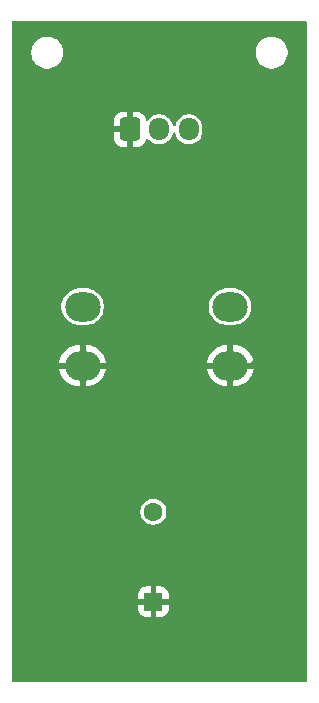
<source format=gbr>
%TF.GenerationSoftware,KiCad,Pcbnew,9.0.7*%
%TF.CreationDate,2026-01-18T23:44:21-08:00*%
%TF.ProjectId,STM32_HID_controller-right,53544d33-325f-4484-9944-5f636f6e7472,rev?*%
%TF.SameCoordinates,Original*%
%TF.FileFunction,Copper,L2,Bot*%
%TF.FilePolarity,Positive*%
%FSLAX46Y46*%
G04 Gerber Fmt 4.6, Leading zero omitted, Abs format (unit mm)*
G04 Created by KiCad (PCBNEW 9.0.7) date 2026-01-18 23:44:21*
%MOMM*%
%LPD*%
G01*
G04 APERTURE LIST*
G04 Aperture macros list*
%AMRoundRect*
0 Rectangle with rounded corners*
0 $1 Rounding radius*
0 $2 $3 $4 $5 $6 $7 $8 $9 X,Y pos of 4 corners*
0 Add a 4 corners polygon primitive as box body*
4,1,4,$2,$3,$4,$5,$6,$7,$8,$9,$2,$3,0*
0 Add four circle primitives for the rounded corners*
1,1,$1+$1,$2,$3*
1,1,$1+$1,$4,$5*
1,1,$1+$1,$6,$7*
1,1,$1+$1,$8,$9*
0 Add four rect primitives between the rounded corners*
20,1,$1+$1,$2,$3,$4,$5,0*
20,1,$1+$1,$4,$5,$6,$7,0*
20,1,$1+$1,$6,$7,$8,$9,0*
20,1,$1+$1,$8,$9,$2,$3,0*%
G04 Aperture macros list end*
%TA.AperFunction,ComponentPad*%
%ADD10RoundRect,0.250000X0.550000X-0.550000X0.550000X0.550000X-0.550000X0.550000X-0.550000X-0.550000X0*%
%TD*%
%TA.AperFunction,ComponentPad*%
%ADD11C,1.600000*%
%TD*%
%TA.AperFunction,ComponentPad*%
%ADD12O,3.000000X2.500000*%
%TD*%
%TA.AperFunction,ComponentPad*%
%ADD13RoundRect,0.250000X-0.600000X-0.725000X0.600000X-0.725000X0.600000X0.725000X-0.600000X0.725000X0*%
%TD*%
%TA.AperFunction,ComponentPad*%
%ADD14O,1.700000X1.950000*%
%TD*%
%TA.AperFunction,ViaPad*%
%ADD15C,0.700000*%
%TD*%
G04 APERTURE END LIST*
D10*
%TO.P,trigger1,1,1*%
%TO.N,GND*%
X132000000Y-180000000D03*
D11*
%TO.P,trigger1,2,2*%
%TO.N,Net-(J4-Pin_3)*%
X132000000Y-172380000D03*
%TD*%
D12*
%TO.P,shoulder1,1,1*%
%TO.N,Net-(J4-Pin_2)*%
X126000000Y-155000000D03*
X138500000Y-155000000D03*
%TO.P,shoulder1,2,2*%
%TO.N,GND*%
X126000000Y-160000000D03*
X138500000Y-160000000D03*
%TD*%
D13*
%TO.P,J4,1,Pin_1*%
%TO.N,GND*%
X130000000Y-140000000D03*
D14*
%TO.P,J4,2,Pin_2*%
%TO.N,Net-(J4-Pin_2)*%
X132500000Y-140000000D03*
%TO.P,J4,3,Pin_3*%
%TO.N,Net-(J4-Pin_3)*%
X135000000Y-140000000D03*
%TD*%
D15*
%TO.N,GND*%
X140550000Y-159950000D03*
X130000000Y-141900000D03*
X134950000Y-180050000D03*
%TD*%
%TA.AperFunction,Conductor*%
%TO.N,GND*%
G36*
X144942539Y-130820185D02*
G01*
X144988294Y-130872989D01*
X144999500Y-130924500D01*
X144999500Y-186675500D01*
X144979815Y-186742539D01*
X144927011Y-186788294D01*
X144875500Y-186799500D01*
X120124500Y-186799500D01*
X120057461Y-186779815D01*
X120011706Y-186727011D01*
X120000500Y-186675500D01*
X120000500Y-179400013D01*
X130700000Y-179400013D01*
X130700000Y-179750000D01*
X131684314Y-179750000D01*
X131679920Y-179754394D01*
X131627259Y-179845606D01*
X131600000Y-179947339D01*
X131600000Y-180052661D01*
X131627259Y-180154394D01*
X131679920Y-180245606D01*
X131684314Y-180250000D01*
X130700001Y-180250000D01*
X130700001Y-180599986D01*
X130710494Y-180702697D01*
X130765641Y-180869119D01*
X130765643Y-180869124D01*
X130857684Y-181018345D01*
X130981654Y-181142315D01*
X131130875Y-181234356D01*
X131130880Y-181234358D01*
X131297302Y-181289505D01*
X131297309Y-181289506D01*
X131400019Y-181299999D01*
X131749999Y-181299999D01*
X131750000Y-181299998D01*
X131750000Y-180315686D01*
X131754394Y-180320080D01*
X131845606Y-180372741D01*
X131947339Y-180400000D01*
X132052661Y-180400000D01*
X132154394Y-180372741D01*
X132245606Y-180320080D01*
X132250000Y-180315686D01*
X132250000Y-181299999D01*
X132599972Y-181299999D01*
X132599986Y-181299998D01*
X132702697Y-181289505D01*
X132869119Y-181234358D01*
X132869124Y-181234356D01*
X133018345Y-181142315D01*
X133142315Y-181018345D01*
X133234356Y-180869124D01*
X133234358Y-180869119D01*
X133289505Y-180702697D01*
X133289506Y-180702690D01*
X133299999Y-180599986D01*
X133300000Y-180599973D01*
X133300000Y-180250000D01*
X132315686Y-180250000D01*
X132320080Y-180245606D01*
X132372741Y-180154394D01*
X132400000Y-180052661D01*
X132400000Y-179947339D01*
X132372741Y-179845606D01*
X132320080Y-179754394D01*
X132315686Y-179750000D01*
X133299999Y-179750000D01*
X133299999Y-179400028D01*
X133299998Y-179400013D01*
X133289505Y-179297302D01*
X133234358Y-179130880D01*
X133234356Y-179130875D01*
X133142315Y-178981654D01*
X133018345Y-178857684D01*
X132869124Y-178765643D01*
X132869119Y-178765641D01*
X132702697Y-178710494D01*
X132702690Y-178710493D01*
X132599986Y-178700000D01*
X132250000Y-178700000D01*
X132250000Y-179684314D01*
X132245606Y-179679920D01*
X132154394Y-179627259D01*
X132052661Y-179600000D01*
X131947339Y-179600000D01*
X131845606Y-179627259D01*
X131754394Y-179679920D01*
X131750000Y-179684314D01*
X131750000Y-178700000D01*
X131400028Y-178700000D01*
X131400012Y-178700001D01*
X131297302Y-178710494D01*
X131130880Y-178765641D01*
X131130875Y-178765643D01*
X130981654Y-178857684D01*
X130857684Y-178981654D01*
X130765643Y-179130875D01*
X130765641Y-179130880D01*
X130710494Y-179297302D01*
X130710493Y-179297309D01*
X130700000Y-179400013D01*
X120000500Y-179400013D01*
X120000500Y-172293389D01*
X130899500Y-172293389D01*
X130899500Y-172466611D01*
X130926598Y-172637701D01*
X130980127Y-172802445D01*
X131058768Y-172956788D01*
X131160586Y-173096928D01*
X131283072Y-173219414D01*
X131423212Y-173321232D01*
X131577555Y-173399873D01*
X131742299Y-173453402D01*
X131913389Y-173480500D01*
X131913390Y-173480500D01*
X132086610Y-173480500D01*
X132086611Y-173480500D01*
X132257701Y-173453402D01*
X132422445Y-173399873D01*
X132576788Y-173321232D01*
X132716928Y-173219414D01*
X132839414Y-173096928D01*
X132941232Y-172956788D01*
X133019873Y-172802445D01*
X133073402Y-172637701D01*
X133100500Y-172466611D01*
X133100500Y-172293389D01*
X133073402Y-172122299D01*
X133019873Y-171957555D01*
X132941232Y-171803212D01*
X132839414Y-171663072D01*
X132716928Y-171540586D01*
X132576788Y-171438768D01*
X132422445Y-171360127D01*
X132257701Y-171306598D01*
X132257699Y-171306597D01*
X132257698Y-171306597D01*
X132126271Y-171285781D01*
X132086611Y-171279500D01*
X131913389Y-171279500D01*
X131873728Y-171285781D01*
X131742302Y-171306597D01*
X131577552Y-171360128D01*
X131423211Y-171438768D01*
X131343256Y-171496859D01*
X131283072Y-171540586D01*
X131283070Y-171540588D01*
X131283069Y-171540588D01*
X131160588Y-171663069D01*
X131160588Y-171663070D01*
X131160586Y-171663072D01*
X131116859Y-171723256D01*
X131058768Y-171803211D01*
X130980128Y-171957552D01*
X130926597Y-172122302D01*
X130899500Y-172293389D01*
X120000500Y-172293389D01*
X120000500Y-159749999D01*
X124017811Y-159749999D01*
X124017812Y-159750000D01*
X125451518Y-159750000D01*
X125440889Y-159768409D01*
X125400000Y-159921009D01*
X125400000Y-160078991D01*
X125440889Y-160231591D01*
X125451518Y-160250000D01*
X124017812Y-160250000D01*
X124029942Y-160342137D01*
X124089318Y-160563730D01*
X124177102Y-160775659D01*
X124177106Y-160775668D01*
X124291809Y-160974338D01*
X124431455Y-161156329D01*
X124431461Y-161156336D01*
X124593663Y-161318538D01*
X124593670Y-161318544D01*
X124775661Y-161458190D01*
X124974331Y-161572893D01*
X124974340Y-161572897D01*
X125186269Y-161660681D01*
X125407862Y-161720057D01*
X125635289Y-161749998D01*
X125635306Y-161750000D01*
X125750000Y-161750000D01*
X125750000Y-160548482D01*
X125768409Y-160559111D01*
X125921009Y-160600000D01*
X126078991Y-160600000D01*
X126231591Y-160559111D01*
X126250000Y-160548482D01*
X126250000Y-161750000D01*
X126364694Y-161750000D01*
X126364710Y-161749998D01*
X126592137Y-161720057D01*
X126813730Y-161660681D01*
X127025659Y-161572897D01*
X127025668Y-161572893D01*
X127224338Y-161458190D01*
X127406329Y-161318544D01*
X127406336Y-161318538D01*
X127568538Y-161156336D01*
X127568544Y-161156329D01*
X127708190Y-160974338D01*
X127822893Y-160775668D01*
X127822897Y-160775659D01*
X127910681Y-160563730D01*
X127970057Y-160342137D01*
X127982188Y-160250000D01*
X126548482Y-160250000D01*
X126559111Y-160231591D01*
X126600000Y-160078991D01*
X126600000Y-159921009D01*
X126559111Y-159768409D01*
X126548482Y-159750000D01*
X127982188Y-159750000D01*
X127982188Y-159749999D01*
X136517811Y-159749999D01*
X136517812Y-159750000D01*
X137951518Y-159750000D01*
X137940889Y-159768409D01*
X137900000Y-159921009D01*
X137900000Y-160078991D01*
X137940889Y-160231591D01*
X137951518Y-160250000D01*
X136517812Y-160250000D01*
X136529942Y-160342137D01*
X136589318Y-160563730D01*
X136677102Y-160775659D01*
X136677106Y-160775668D01*
X136791809Y-160974338D01*
X136931455Y-161156329D01*
X136931461Y-161156336D01*
X137093663Y-161318538D01*
X137093670Y-161318544D01*
X137275661Y-161458190D01*
X137474331Y-161572893D01*
X137474340Y-161572897D01*
X137686269Y-161660681D01*
X137907862Y-161720057D01*
X138135289Y-161749998D01*
X138135306Y-161750000D01*
X138250000Y-161750000D01*
X138250000Y-160548482D01*
X138268409Y-160559111D01*
X138421009Y-160600000D01*
X138578991Y-160600000D01*
X138731591Y-160559111D01*
X138750000Y-160548482D01*
X138750000Y-161750000D01*
X138864694Y-161750000D01*
X138864710Y-161749998D01*
X139092137Y-161720057D01*
X139313730Y-161660681D01*
X139525659Y-161572897D01*
X139525668Y-161572893D01*
X139724338Y-161458190D01*
X139906329Y-161318544D01*
X139906336Y-161318538D01*
X140068538Y-161156336D01*
X140068544Y-161156329D01*
X140208190Y-160974338D01*
X140322893Y-160775668D01*
X140322897Y-160775659D01*
X140410681Y-160563730D01*
X140470057Y-160342137D01*
X140482188Y-160250000D01*
X139048482Y-160250000D01*
X139059111Y-160231591D01*
X139100000Y-160078991D01*
X139100000Y-159921009D01*
X139059111Y-159768409D01*
X139048482Y-159750000D01*
X140482188Y-159750000D01*
X140482188Y-159749999D01*
X140470057Y-159657862D01*
X140410681Y-159436269D01*
X140322897Y-159224340D01*
X140322893Y-159224331D01*
X140208190Y-159025661D01*
X140068544Y-158843670D01*
X140068538Y-158843663D01*
X139906336Y-158681461D01*
X139906329Y-158681455D01*
X139724338Y-158541809D01*
X139525668Y-158427106D01*
X139525659Y-158427102D01*
X139313730Y-158339318D01*
X139092137Y-158279942D01*
X138864710Y-158250001D01*
X138864694Y-158250000D01*
X138750000Y-158250000D01*
X138750000Y-159451517D01*
X138731591Y-159440889D01*
X138578991Y-159400000D01*
X138421009Y-159400000D01*
X138268409Y-159440889D01*
X138250000Y-159451517D01*
X138250000Y-158250000D01*
X138135306Y-158250000D01*
X138135289Y-158250001D01*
X137907862Y-158279942D01*
X137686269Y-158339318D01*
X137474340Y-158427102D01*
X137474331Y-158427106D01*
X137275661Y-158541809D01*
X137093670Y-158681455D01*
X137093663Y-158681461D01*
X136931461Y-158843663D01*
X136931455Y-158843670D01*
X136791809Y-159025661D01*
X136677106Y-159224331D01*
X136677102Y-159224340D01*
X136589318Y-159436269D01*
X136529942Y-159657862D01*
X136517811Y-159749999D01*
X127982188Y-159749999D01*
X127970057Y-159657862D01*
X127910681Y-159436269D01*
X127822897Y-159224340D01*
X127822893Y-159224331D01*
X127708190Y-159025661D01*
X127568544Y-158843670D01*
X127568538Y-158843663D01*
X127406336Y-158681461D01*
X127406329Y-158681455D01*
X127224338Y-158541809D01*
X127025668Y-158427106D01*
X127025659Y-158427102D01*
X126813730Y-158339318D01*
X126592137Y-158279942D01*
X126364710Y-158250001D01*
X126364694Y-158250000D01*
X126250000Y-158250000D01*
X126250000Y-159451517D01*
X126231591Y-159440889D01*
X126078991Y-159400000D01*
X125921009Y-159400000D01*
X125768409Y-159440889D01*
X125750000Y-159451517D01*
X125750000Y-158250000D01*
X125635306Y-158250000D01*
X125635289Y-158250001D01*
X125407862Y-158279942D01*
X125186269Y-158339318D01*
X124974340Y-158427102D01*
X124974331Y-158427106D01*
X124775661Y-158541809D01*
X124593670Y-158681455D01*
X124593663Y-158681461D01*
X124431461Y-158843663D01*
X124431455Y-158843670D01*
X124291809Y-159025661D01*
X124177106Y-159224331D01*
X124177102Y-159224340D01*
X124089318Y-159436269D01*
X124029942Y-159657862D01*
X124017811Y-159749999D01*
X120000500Y-159749999D01*
X120000500Y-154877973D01*
X124199500Y-154877973D01*
X124199500Y-155122026D01*
X124237678Y-155363072D01*
X124313097Y-155595187D01*
X124423896Y-155812642D01*
X124567339Y-156010076D01*
X124567343Y-156010081D01*
X124739918Y-156182656D01*
X124739923Y-156182660D01*
X124912136Y-156307779D01*
X124937361Y-156326106D01*
X125154815Y-156436904D01*
X125386924Y-156512321D01*
X125627973Y-156550500D01*
X125627974Y-156550500D01*
X126372026Y-156550500D01*
X126372027Y-156550500D01*
X126613076Y-156512321D01*
X126845185Y-156436904D01*
X127062639Y-156326106D01*
X127260083Y-156182655D01*
X127432655Y-156010083D01*
X127576106Y-155812639D01*
X127686904Y-155595185D01*
X127762321Y-155363076D01*
X127800500Y-155122027D01*
X127800500Y-154877973D01*
X136699500Y-154877973D01*
X136699500Y-155122026D01*
X136737678Y-155363072D01*
X136813097Y-155595187D01*
X136923896Y-155812642D01*
X137067339Y-156010076D01*
X137067343Y-156010081D01*
X137239918Y-156182656D01*
X137239923Y-156182660D01*
X137412136Y-156307779D01*
X137437361Y-156326106D01*
X137654815Y-156436904D01*
X137886924Y-156512321D01*
X138127973Y-156550500D01*
X138127974Y-156550500D01*
X138872026Y-156550500D01*
X138872027Y-156550500D01*
X139113076Y-156512321D01*
X139345185Y-156436904D01*
X139562639Y-156326106D01*
X139760083Y-156182655D01*
X139932655Y-156010083D01*
X140076106Y-155812639D01*
X140186904Y-155595185D01*
X140262321Y-155363076D01*
X140300500Y-155122027D01*
X140300500Y-154877973D01*
X140262321Y-154636924D01*
X140186904Y-154404815D01*
X140076106Y-154187361D01*
X140057779Y-154162136D01*
X139932660Y-153989923D01*
X139932656Y-153989918D01*
X139760081Y-153817343D01*
X139760076Y-153817339D01*
X139562642Y-153673896D01*
X139562641Y-153673895D01*
X139562639Y-153673894D01*
X139345185Y-153563096D01*
X139113076Y-153487679D01*
X139113074Y-153487678D01*
X139113072Y-153487678D01*
X138944769Y-153461021D01*
X138872027Y-153449500D01*
X138127973Y-153449500D01*
X138072093Y-153458350D01*
X137886927Y-153487678D01*
X137654812Y-153563097D01*
X137437357Y-153673896D01*
X137239923Y-153817339D01*
X137239918Y-153817343D01*
X137067343Y-153989918D01*
X137067339Y-153989923D01*
X136923896Y-154187357D01*
X136813097Y-154404812D01*
X136737678Y-154636927D01*
X136699500Y-154877973D01*
X127800500Y-154877973D01*
X127762321Y-154636924D01*
X127686904Y-154404815D01*
X127576106Y-154187361D01*
X127557779Y-154162136D01*
X127432660Y-153989923D01*
X127432656Y-153989918D01*
X127260081Y-153817343D01*
X127260076Y-153817339D01*
X127062642Y-153673896D01*
X127062641Y-153673895D01*
X127062639Y-153673894D01*
X126845185Y-153563096D01*
X126613076Y-153487679D01*
X126613074Y-153487678D01*
X126613072Y-153487678D01*
X126444769Y-153461021D01*
X126372027Y-153449500D01*
X125627973Y-153449500D01*
X125572093Y-153458350D01*
X125386927Y-153487678D01*
X125154812Y-153563097D01*
X124937357Y-153673896D01*
X124739923Y-153817339D01*
X124739918Y-153817343D01*
X124567343Y-153989918D01*
X124567339Y-153989923D01*
X124423896Y-154187357D01*
X124313097Y-154404812D01*
X124237678Y-154636927D01*
X124199500Y-154877973D01*
X120000500Y-154877973D01*
X120000500Y-139225013D01*
X128650000Y-139225013D01*
X128650000Y-139750000D01*
X129595854Y-139750000D01*
X129557370Y-139816657D01*
X129525000Y-139937465D01*
X129525000Y-140062535D01*
X129557370Y-140183343D01*
X129595854Y-140250000D01*
X128650001Y-140250000D01*
X128650001Y-140774986D01*
X128660494Y-140877697D01*
X128715641Y-141044119D01*
X128715643Y-141044124D01*
X128807684Y-141193345D01*
X128931654Y-141317315D01*
X129080875Y-141409356D01*
X129080880Y-141409358D01*
X129247302Y-141464505D01*
X129247309Y-141464506D01*
X129350019Y-141474999D01*
X129749999Y-141474999D01*
X129750000Y-141474998D01*
X129750000Y-140404145D01*
X129816657Y-140442630D01*
X129937465Y-140475000D01*
X130062535Y-140475000D01*
X130183343Y-140442630D01*
X130250000Y-140404145D01*
X130250000Y-141474999D01*
X130649972Y-141474999D01*
X130649986Y-141474998D01*
X130752697Y-141464505D01*
X130919119Y-141409358D01*
X130919124Y-141409356D01*
X131068345Y-141317315D01*
X131192315Y-141193345D01*
X131284356Y-141044124D01*
X131284358Y-141044119D01*
X131339505Y-140877697D01*
X131339506Y-140877689D01*
X131341699Y-140856231D01*
X131368095Y-140791539D01*
X131425276Y-140751388D01*
X131495087Y-140748524D01*
X131555363Y-140783858D01*
X131565376Y-140795949D01*
X131622443Y-140874497D01*
X131750500Y-141002554D01*
X131750505Y-141002558D01*
X131878287Y-141095396D01*
X131897006Y-141108996D01*
X132002484Y-141162740D01*
X132058360Y-141191211D01*
X132058363Y-141191212D01*
X132144476Y-141219191D01*
X132230591Y-141247171D01*
X132313429Y-141260291D01*
X132409449Y-141275500D01*
X132409454Y-141275500D01*
X132590551Y-141275500D01*
X132677259Y-141261765D01*
X132769409Y-141247171D01*
X132941639Y-141191211D01*
X133102994Y-141108996D01*
X133249501Y-141002553D01*
X133377553Y-140874501D01*
X133483996Y-140727994D01*
X133566211Y-140566639D01*
X133622171Y-140394409D01*
X133627527Y-140360594D01*
X133657456Y-140297459D01*
X133716768Y-140260528D01*
X133786630Y-140261526D01*
X133844863Y-140300136D01*
X133872473Y-140360594D01*
X133877829Y-140394410D01*
X133933787Y-140566636D01*
X133933788Y-140566639D01*
X134016006Y-140727997D01*
X134122441Y-140874494D01*
X134122445Y-140874499D01*
X134250500Y-141002554D01*
X134250505Y-141002558D01*
X134378287Y-141095396D01*
X134397006Y-141108996D01*
X134502484Y-141162740D01*
X134558360Y-141191211D01*
X134558363Y-141191212D01*
X134644476Y-141219191D01*
X134730591Y-141247171D01*
X134813429Y-141260291D01*
X134909449Y-141275500D01*
X134909454Y-141275500D01*
X135090551Y-141275500D01*
X135177259Y-141261765D01*
X135269409Y-141247171D01*
X135441639Y-141191211D01*
X135602994Y-141108996D01*
X135749501Y-141002553D01*
X135877553Y-140874501D01*
X135983996Y-140727994D01*
X136066211Y-140566639D01*
X136122171Y-140394409D01*
X136143376Y-140260528D01*
X136150500Y-140215551D01*
X136150500Y-139784448D01*
X136134019Y-139680397D01*
X136122171Y-139605591D01*
X136066211Y-139433361D01*
X136066211Y-139433360D01*
X136037740Y-139377484D01*
X135983996Y-139272006D01*
X135934625Y-139204052D01*
X135877558Y-139125505D01*
X135877554Y-139125500D01*
X135749499Y-138997445D01*
X135749494Y-138997441D01*
X135602997Y-138891006D01*
X135602996Y-138891005D01*
X135602994Y-138891004D01*
X135551300Y-138864664D01*
X135441639Y-138808788D01*
X135441636Y-138808787D01*
X135269410Y-138752829D01*
X135090551Y-138724500D01*
X135090546Y-138724500D01*
X134909454Y-138724500D01*
X134909449Y-138724500D01*
X134730589Y-138752829D01*
X134558363Y-138808787D01*
X134558360Y-138808788D01*
X134397002Y-138891006D01*
X134250505Y-138997441D01*
X134250500Y-138997445D01*
X134122445Y-139125500D01*
X134122441Y-139125505D01*
X134016006Y-139272002D01*
X133933788Y-139433360D01*
X133933787Y-139433363D01*
X133877829Y-139605589D01*
X133872473Y-139639406D01*
X133842543Y-139702540D01*
X133783232Y-139739471D01*
X133713369Y-139738473D01*
X133655137Y-139699863D01*
X133627527Y-139639406D01*
X133624438Y-139619905D01*
X133622171Y-139605591D01*
X133566211Y-139433361D01*
X133566211Y-139433360D01*
X133537740Y-139377484D01*
X133483996Y-139272006D01*
X133434625Y-139204052D01*
X133377558Y-139125505D01*
X133377554Y-139125500D01*
X133249499Y-138997445D01*
X133249494Y-138997441D01*
X133102997Y-138891006D01*
X133102996Y-138891005D01*
X133102994Y-138891004D01*
X133051300Y-138864664D01*
X132941639Y-138808788D01*
X132941636Y-138808787D01*
X132769410Y-138752829D01*
X132590551Y-138724500D01*
X132590546Y-138724500D01*
X132409454Y-138724500D01*
X132409449Y-138724500D01*
X132230589Y-138752829D01*
X132058363Y-138808787D01*
X132058360Y-138808788D01*
X131897002Y-138891006D01*
X131750505Y-138997441D01*
X131750500Y-138997445D01*
X131622445Y-139125500D01*
X131565374Y-139204052D01*
X131510044Y-139246717D01*
X131440430Y-139252696D01*
X131378635Y-139220090D01*
X131344278Y-139159251D01*
X131341698Y-139143765D01*
X131339506Y-139122303D01*
X131284358Y-138955880D01*
X131284356Y-138955875D01*
X131192315Y-138806654D01*
X131068345Y-138682684D01*
X130919124Y-138590643D01*
X130919119Y-138590641D01*
X130752697Y-138535494D01*
X130752690Y-138535493D01*
X130649986Y-138525000D01*
X130250000Y-138525000D01*
X130250000Y-139595854D01*
X130183343Y-139557370D01*
X130062535Y-139525000D01*
X129937465Y-139525000D01*
X129816657Y-139557370D01*
X129750000Y-139595854D01*
X129750000Y-138525000D01*
X129350028Y-138525000D01*
X129350012Y-138525001D01*
X129247302Y-138535494D01*
X129080880Y-138590641D01*
X129080875Y-138590643D01*
X128931654Y-138682684D01*
X128807684Y-138806654D01*
X128715643Y-138955875D01*
X128715641Y-138955880D01*
X128660494Y-139122302D01*
X128660493Y-139122309D01*
X128650000Y-139225013D01*
X120000500Y-139225013D01*
X120000500Y-133393713D01*
X121649500Y-133393713D01*
X121649500Y-133606286D01*
X121682753Y-133816239D01*
X121748444Y-134018414D01*
X121844951Y-134207820D01*
X121969890Y-134379786D01*
X122120213Y-134530109D01*
X122292179Y-134655048D01*
X122292181Y-134655049D01*
X122292184Y-134655051D01*
X122481588Y-134751557D01*
X122683757Y-134817246D01*
X122893713Y-134850500D01*
X122893714Y-134850500D01*
X123106286Y-134850500D01*
X123106287Y-134850500D01*
X123316243Y-134817246D01*
X123518412Y-134751557D01*
X123707816Y-134655051D01*
X123729789Y-134639086D01*
X123879786Y-134530109D01*
X123879788Y-134530106D01*
X123879792Y-134530104D01*
X124030104Y-134379792D01*
X124030106Y-134379788D01*
X124030109Y-134379786D01*
X124155048Y-134207820D01*
X124155047Y-134207820D01*
X124155051Y-134207816D01*
X124251557Y-134018412D01*
X124317246Y-133816243D01*
X124350500Y-133606287D01*
X124350500Y-133393713D01*
X140649500Y-133393713D01*
X140649500Y-133606286D01*
X140682753Y-133816239D01*
X140748444Y-134018414D01*
X140844951Y-134207820D01*
X140969890Y-134379786D01*
X141120213Y-134530109D01*
X141292179Y-134655048D01*
X141292181Y-134655049D01*
X141292184Y-134655051D01*
X141481588Y-134751557D01*
X141683757Y-134817246D01*
X141893713Y-134850500D01*
X141893714Y-134850500D01*
X142106286Y-134850500D01*
X142106287Y-134850500D01*
X142316243Y-134817246D01*
X142518412Y-134751557D01*
X142707816Y-134655051D01*
X142729789Y-134639086D01*
X142879786Y-134530109D01*
X142879788Y-134530106D01*
X142879792Y-134530104D01*
X143030104Y-134379792D01*
X143030106Y-134379788D01*
X143030109Y-134379786D01*
X143155048Y-134207820D01*
X143155047Y-134207820D01*
X143155051Y-134207816D01*
X143251557Y-134018412D01*
X143317246Y-133816243D01*
X143350500Y-133606287D01*
X143350500Y-133393713D01*
X143317246Y-133183757D01*
X143251557Y-132981588D01*
X143155051Y-132792184D01*
X143155049Y-132792181D01*
X143155048Y-132792179D01*
X143030109Y-132620213D01*
X142879786Y-132469890D01*
X142707820Y-132344951D01*
X142518414Y-132248444D01*
X142518413Y-132248443D01*
X142518412Y-132248443D01*
X142316243Y-132182754D01*
X142316241Y-132182753D01*
X142316240Y-132182753D01*
X142154957Y-132157208D01*
X142106287Y-132149500D01*
X141893713Y-132149500D01*
X141845042Y-132157208D01*
X141683760Y-132182753D01*
X141481585Y-132248444D01*
X141292179Y-132344951D01*
X141120213Y-132469890D01*
X140969890Y-132620213D01*
X140844951Y-132792179D01*
X140748444Y-132981585D01*
X140682753Y-133183760D01*
X140649500Y-133393713D01*
X124350500Y-133393713D01*
X124317246Y-133183757D01*
X124251557Y-132981588D01*
X124155051Y-132792184D01*
X124155049Y-132792181D01*
X124155048Y-132792179D01*
X124030109Y-132620213D01*
X123879786Y-132469890D01*
X123707820Y-132344951D01*
X123518414Y-132248444D01*
X123518413Y-132248443D01*
X123518412Y-132248443D01*
X123316243Y-132182754D01*
X123316241Y-132182753D01*
X123316240Y-132182753D01*
X123154957Y-132157208D01*
X123106287Y-132149500D01*
X122893713Y-132149500D01*
X122845042Y-132157208D01*
X122683760Y-132182753D01*
X122481585Y-132248444D01*
X122292179Y-132344951D01*
X122120213Y-132469890D01*
X121969890Y-132620213D01*
X121844951Y-132792179D01*
X121748444Y-132981585D01*
X121682753Y-133183760D01*
X121649500Y-133393713D01*
X120000500Y-133393713D01*
X120000500Y-130924500D01*
X120020185Y-130857461D01*
X120072989Y-130811706D01*
X120124500Y-130800500D01*
X144875500Y-130800500D01*
X144942539Y-130820185D01*
G37*
%TD.AperFunction*%
%TD*%
M02*

</source>
